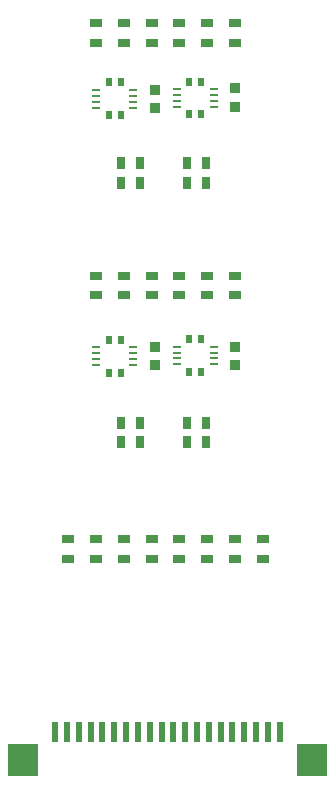
<source format=gbr>
G04 EAGLE Gerber RS-274X export*
G75*
%MOMM*%
%FSLAX34Y34*%
%LPD*%
%INSolderpaste Bottom*%
%IPPOS*%
%AMOC8*
5,1,8,0,0,1.08239X$1,22.5*%
G01*
G04 Define Apertures*
%ADD10R,0.762000X0.279400*%
%ADD11R,0.973900X0.798700*%
%ADD12R,0.798700X0.973900*%
%ADD13R,0.970200X0.920900*%
%ADD14R,0.600000X1.700000*%
%ADD15R,2.500000X2.800000*%
%ADD16R,0.535100X0.644000*%
D10*
X122428Y605672D03*
X122428Y600671D03*
X122428Y595669D03*
X122428Y590668D03*
X90932Y590668D03*
X90932Y595669D03*
X90932Y600671D03*
X90932Y605672D03*
X191008Y606307D03*
X191008Y601306D03*
X191008Y596304D03*
X191008Y591303D03*
X159512Y591303D03*
X159512Y596304D03*
X159512Y601306D03*
X159512Y606307D03*
D11*
X91230Y645898D03*
X91230Y662202D03*
D12*
X111944Y543560D03*
X128248Y543560D03*
X111983Y527050D03*
X128287Y527050D03*
D11*
X91230Y209018D03*
X91230Y225322D03*
X67721Y209018D03*
X67721Y225322D03*
X114738Y645898D03*
X114738Y662202D03*
X138246Y645898D03*
X138246Y662202D03*
D13*
X141399Y605916D03*
X141399Y590424D03*
D10*
X122428Y387867D03*
X122428Y382866D03*
X122428Y377864D03*
X122428Y372863D03*
X90932Y372863D03*
X90932Y377864D03*
X90932Y382866D03*
X90932Y387867D03*
D11*
X91230Y448207D03*
X91230Y431903D03*
D12*
X111983Y323850D03*
X128287Y323850D03*
X111983Y307340D03*
X128287Y307340D03*
D11*
X138246Y209018D03*
X138246Y225322D03*
X114738Y209018D03*
X114738Y225322D03*
X114738Y431903D03*
X114738Y448207D03*
X138246Y431903D03*
X138246Y448207D03*
D13*
X141399Y388111D03*
X141399Y372619D03*
D12*
X184207Y543560D03*
X167903Y543560D03*
X184246Y527050D03*
X167942Y527050D03*
D11*
X161754Y662202D03*
X161754Y645898D03*
D13*
X208650Y607186D03*
X208650Y591694D03*
D11*
X185262Y225322D03*
X185262Y209018D03*
X161754Y225322D03*
X161754Y209018D03*
X208771Y645898D03*
X208771Y662202D03*
X185262Y645898D03*
X185262Y662202D03*
D10*
X191008Y388502D03*
X191008Y383501D03*
X191008Y378499D03*
X191008Y373498D03*
X159512Y373498D03*
X159512Y378499D03*
X159512Y383501D03*
X159512Y388502D03*
D12*
X184246Y323850D03*
X167942Y323850D03*
X184246Y307340D03*
X167942Y307340D03*
D11*
X161754Y431903D03*
X161754Y448207D03*
D13*
X208650Y388111D03*
X208650Y372619D03*
D11*
X232279Y225322D03*
X232279Y209018D03*
X208771Y225322D03*
X208771Y209018D03*
X208771Y431903D03*
X208771Y448207D03*
X185262Y431903D03*
X185262Y448207D03*
D14*
X86656Y62600D03*
X76656Y62600D03*
X66656Y62600D03*
X56656Y62600D03*
D15*
X274156Y38100D03*
X29156Y38100D03*
D14*
X96656Y62600D03*
X106656Y62600D03*
X116656Y62600D03*
X126656Y62600D03*
X136656Y62600D03*
X146656Y62600D03*
X156656Y62600D03*
X166656Y62600D03*
X176656Y62600D03*
X186656Y62600D03*
X196656Y62600D03*
X206656Y62600D03*
X216656Y62600D03*
X226656Y62600D03*
X236656Y62600D03*
X246656Y62600D03*
D16*
X112134Y584200D03*
X101984Y584200D03*
X112134Y612140D03*
X101984Y612140D03*
X112134Y365760D03*
X101984Y365760D03*
X112134Y394335D03*
X101984Y394335D03*
X169980Y585470D03*
X180130Y585470D03*
X169980Y612775D03*
X180130Y612775D03*
X169980Y367030D03*
X180130Y367030D03*
X169980Y394970D03*
X180130Y394970D03*
M02*

</source>
